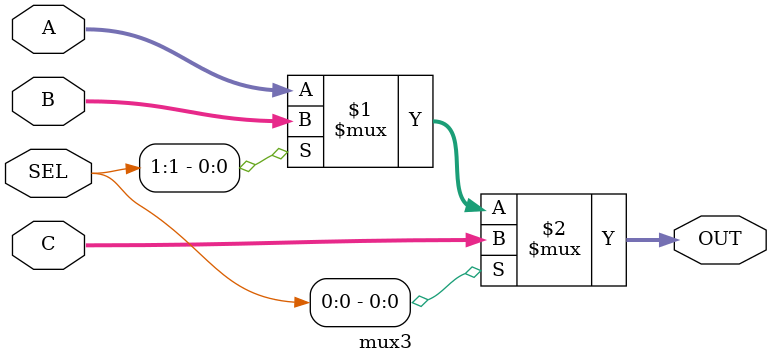
<source format=v>
`timescale 1ns / 1ps


module mux3(A,B,C,SEL,OUT);
    parameter parameter_width = 32; // Ä¬ÈÏÎ»¿íÎª 32 Î»
    input  [parameter_width-1:0] A,B,C;
    input  [1:0] SEL;
    output [parameter_width-1:0] OUT;
    assign OUT = SEL[0]?C:SEL[1]?B:A;
endmodule

</source>
